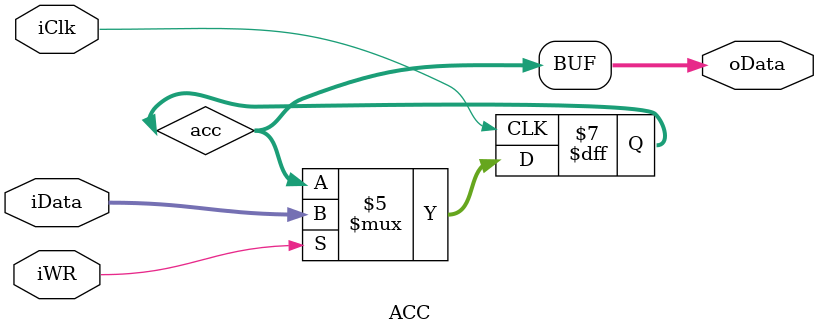
<source format=v>
module   ACC(iClk, iWR, iData, oData ); //累加器
	input            iClk;
	input            iWR; //輸入輸出開關
	input       [7:0]iData;
	output      [7:0]oData;
	
	reg         [7:0]acc;
	
	assign oData = acc ;
	
	initial begin 
		acc = 0;
	end
	
	always @(negedge iClk) begin
		if (iWR == 1) begin
			acc = iData ;
		end
	end
	
endmodule 
</source>
